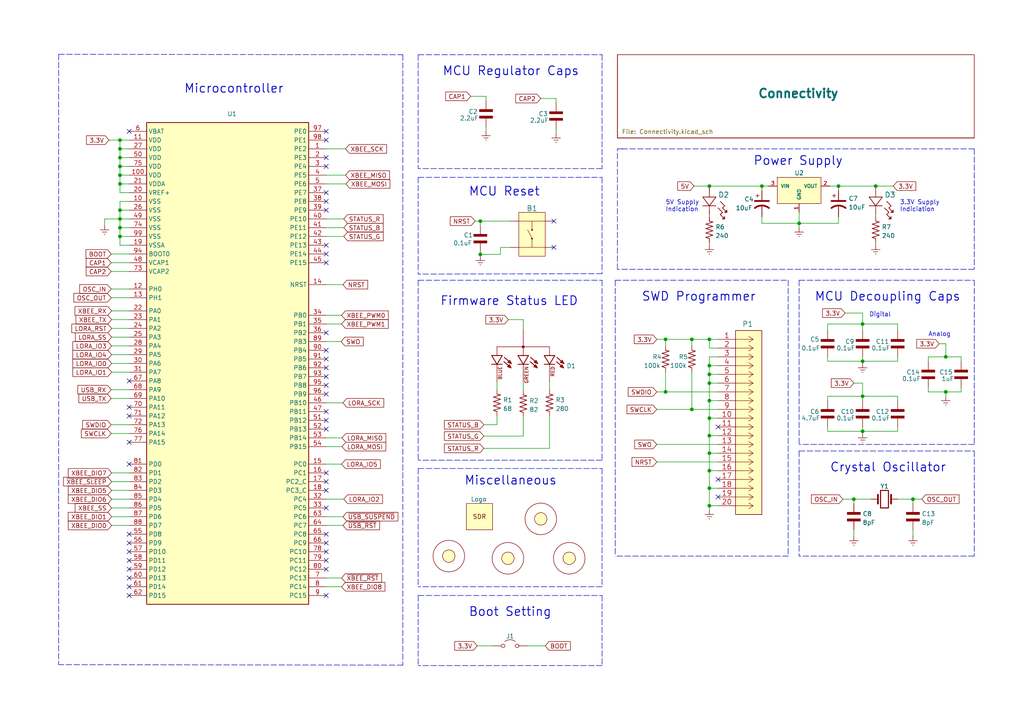
<source format=kicad_sch>
(kicad_sch (version 20211123) (generator eeschema)
  (paper "A4")
  (title_block (title "Ground Station Telemetry Unit") (date "2022-10-10") (rev "1.0") (company "Sun Devil Rocketry Avionics") (comment 1 "Author: Colton Acosta"))
  (lib_symbols
    (symbol "Ground-Station-Telemetry:3220-20-0200-00" (pin_names (offset 0.254) hide)
      (property "Reference" "P" (at 8.89 6.35 0))
      (symbol "3220-20-0200-00_1_1"
        (pin passive line (at 0 0 0) (length 5.08) (name "1") (number "1"))
        (pin passive line (at 0 -22.86 0) (length 5.08) (name "10") (number "10"))
        (pin passive line (at 0 -25.4 0) (length 5.08) (name "11") (number "11"))
        (pin passive line (at 0 -27.94 0) (length 5.08) (name "12") (number "12"))
        (pin passive line (at 0 -30.48 0) (length 5.08) (name "13") (number "13"))
        (pin passive line (at 0 -33.02 0) (length 5.08) (name "14") (number "14"))
        (pin passive line (at 0 -35.56 0) (length 5.08) (name "15") (number "15"))
        (pin passive line (at 0 -38.1 0) (length 5.08) (name "16") (number "16"))
        (pin passive line (at 0 -40.64 0) (length 5.08) (name "17") (number "17"))
        (pin passive line (at 0 -43.18 0) (length 5.08) (name "18") (number "18"))
        (pin passive line (at 0 -45.72 0) (length 5.08) (name "19") (number "19"))
        (pin passive line (at 0 -2.54 0) (length 5.08) (name "2") (number "2"))
        (pin passive line (at 0 -48.26 0) (length 5.08) (name "20") (number "20"))
        (pin passive line (at 0 -5.08 0) (length 5.08) (name "3") (number "3"))
        (pin passive line (at 0 -7.62 0) (length 5.08) (name "4") (number "4"))
        (pin passive line (at 0 -10.16 0) (length 5.08) (name "5") (number "5"))
        (pin passive line (at 0 -12.7 0) (length 5.08) (name "6") (number "6"))
        (pin passive line (at 0 -15.24 0) (length 5.08) (name "7") (number "7"))
        (pin passive line (at 0 -17.78 0) (length 5.08) (name "8") (number "8"))
        (pin passive line (at 0 -20.32 0) (length 5.08) (name "9") (number "9"))
      )
    )
    (symbol "Ground-Station-Telemetry:CAP_0603" (pin_numbers hide) (pin_names (offset 1.016) hide)
      (property "Reference" "C" (at -1.27 3.81 0))
      (property "Value" "CAP_0603" (at -3.81 -3.81 0))
      (symbol "CAP_0603_0_0"
        (pin passive line (at 3.81 0 180) (length 2.54) (name "~") (number "1"))
        (pin passive line (at -3.81 0 0) (length 2.54) (name "~") (number "2"))
      )
    )
    (symbol "Ground-Station-Telemetry:CAP_Polar" (pin_numbers hide) (pin_names (offset 0.254) hide)
      (property "Reference" "C" (at 0.635 2.54 0))
      (property "Value" "CAP_Polar" (at 0.635 -2.54 0))
      (symbol "CAP_Polar_1_1"
        (pin passive line (at 0 3.81 270) (length 2.794) (name "~") (number "1"))
        (pin passive line (at 0 -3.81 90) (length 3.302) (name "~") (number "2"))
      )
    )
    (symbol "Ground-Station-Telemetry:CLMVC-FKA-CL1D1L71BB7C3C3" (pin_numbers hide) (pin_names (offset 1.016) hide)
      (property "Reference" "D" (at 13.97 -1.27 0))
      (symbol "CLMVC-FKA-CL1D1L71BB7C3C3_0_0"
        (text "BLUE" (at 3.048 -6.096 0) (effects (font (size 1.016 1.016)) (justify left bottom)))
        (text "GREEN" (at 3.048 1.524 0) (effects (font (size 1.016 1.016)) (justify left bottom)))
        (text "RED" (at 3.048 9.144 0) (effects (font (size 1.016 1.016)) (justify left bottom)))
        (pin passive line (at -7.62 0 0) (length 5.08) (name "~") (number "1"))
        (pin passive line (at 7.62 -7.62 180) (length 5.08) (name "~") (number "2"))
        (pin passive line (at 7.62 0 180) (length 5.08) (name "~") (number "3"))
        (pin passive line (at 7.62 7.62 180) (length 5.08) (name "~") (number "4"))
      )
    )
    (symbol "Ground-Station-Telemetry:ECS-240-18-33-JGN-TR" (pin_numbers hide) (pin_names (offset 1.016) hide)
      (property "Reference" "Y" (at 0 3.81 0))
      (symbol "ECS-240-18-33-JGN-TR_1_1"
        (pin passive line (at -3.81 0 0) (length 1.27) (name "1") (number "1"))
        (pin no_connect line (at -3.175 5.08 270) (length 2.54) hide (name "") (number "2"))
        (pin passive line (at 3.81 0 180) (length 1.27) (name "3") (number "3"))
        (pin no_connect line (at -6.35 5.08 270) (length 2.54) hide (name "") (number "4"))
      )
    )
    (symbol "Ground-Station-Telemetry:Earth" (power) (pin_names (offset 0))
      (symbol "Earth_1_1"
        (pin power_in line (at 0 0 270) (length 0) hide (name "Earth") (number "1"))
      )
    )
    (symbol "Ground-Station-Telemetry:Jumper_NO" (pin_numbers hide) (pin_names (offset 0) hide)
      (property "Reference" "J" (at 0 2.794 0))
      (symbol "Jumper_NO_1_1"
        (pin passive line (at -5.08 0 0) (length 2.54) (name "A") (number "1"))
        (pin passive line (at 5.08 0 180) (length 2.54) (name "B") (number "2"))
      )
    )
    (symbol "Ground-Station-Telemetry:LMS8117AMP-3.3_NOPB" (pin_names (offset 1.016))
      (property "Reference" "U" (at -1.27 5.08 0))
      (property "Value" "LMS8117AMP-3.3_NOPB" (at 0 -11.43 0))
      (symbol "LMS8117AMP-3.3_NOPB_1_1"
        (pin input line (at 0 -6.35 90) (length 2.54) (name "GND") (number "1"))
        (pin power_out line (at 8.89 1.27 180) (length 2.54) (name "VOUT") (number "2"))
        (pin input line (at -8.89 1.27 0) (length 2.54) (name "VIN") (number "3"))
      )
    )
    (symbol "Ground-Station-Telemetry:Logo" (pin_names (offset 1.016))
      (property "Reference" "LOGO" (at 0 5.08 0))
      (property "Value" "Logo" (at 0 -5.08 0))
      (symbol "Logo_0_0"
        (text "SDR" (at 0 0 0) (effects (font (size 1.27 1.27))))
      )
    )
    (symbol "Ground-Station-Telemetry:Mounting-Hole" (pin_names (offset 1.016)))
    (symbol "Ground-Station-Telemetry:PTS647SM38SMTR2LFS" (pin_numbers hide) (pin_names (offset 0.254) hide)
      (property "Reference" "B" (at -1.27 8.89 0))
      (symbol "PTS647SM38SMTR2LFS_1_1"
        (pin passive line (at -6.35 -3.81 0) (length 2.54) (name "1") (number "1"))
        (pin passive line (at 6.35 3.81 180) (length 2.54) (name "2") (number "2"))
        (pin passive line (at -6.35 3.81 0) (length 2.54) (name "3") (number "3"))
        (pin passive line (at 6.35 -3.81 180) (length 2.54) (name "4") (number "4"))
      )
    )
    (symbol "Ground-Station-Telemetry:RES_0603" (pin_numbers hide) (pin_names (offset 1.016) hide)
      (property "Reference" "R" (at -1.27 1.27 0))
      (property "Value" "RES_0603" (at -3.81 -2.54 0))
      (symbol "RES_0603_0_0"
        (pin passive line (at -3.81 0 0) (length 1.27) (name "~") (number "1"))
        (pin passive line (at 3.81 0 180) (length 1.27) (name "~") (number "2"))
      )
    )
    (symbol "Ground-Station-Telemetry:SML-LX1206GC-TR" (pin_numbers hide) (pin_names hide)
      (property "Reference" "D" (at 3.81 5.08 0))
      (symbol "SML-LX1206GC-TR_1_1"
        (pin passive line (at 0 -2.54 90) (length 1.27) (name "1") (number "1"))
        (pin passive line (at 0 5.08 270) (length 1.27) (name "2") (number "2"))
      )
    )
    (symbol "Ground-Station-Telemetry:STM32H750VBTx"
      (property "Reference" "U" (at -3.81 78.74 0))
      (property "Value" "STM32H750VBTx" (at -8.89 76.2 0))
      (symbol "STM32H750VBTx_1_1"
        (pin bidirectional line (at 27.94 66.04 180) (length 5.08) (name "PE2") (number "1"))
        (pin power_in line (at -29.21 50.8 0) (length 5.08) (name "VSS") (number "10"))
        (pin power_in line (at -29.21 58.42 0) (length 5.08) (name "VDD") (number "100"))
        (pin power_in line (at -29.21 68.58 0) (length 5.08) (name "VDD") (number "11"))
        (pin input line (at -29.21 25.4 0) (length 5.08) (name "PH0") (number "12"))
        (pin input line (at -29.21 22.86 0) (length 5.08) (name "PH1") (number "13"))
        (pin input line (at 27.94 26.67 180) (length 5.08) (name "NRST") (number "14"))
        (pin bidirectional line (at 27.94 -25.4 180) (length 5.08) (name "PC0") (number "15"))
        (pin bidirectional line (at 27.94 -27.94 180) (length 5.08) (name "PC1") (number "16"))
        (pin bidirectional line (at 27.94 -30.48 180) (length 5.08) (name "PC2_C") (number "17"))
        (pin bidirectional line (at 27.94 -33.02 180) (length 5.08) (name "PC3_C") (number "18"))
        (pin power_in line (at -29.21 38.1 0) (length 5.08) (name "VSSA") (number "19"))
        (pin bidirectional line (at 27.94 63.5 180) (length 5.08) (name "PE3") (number "2"))
        (pin power_in line (at -29.21 53.34 0) (length 5.08) (name "VREF+") (number "20"))
        (pin power_in line (at -29.21 55.88 0) (length 5.08) (name "VDDA") (number "21"))
        (pin bidirectional line (at -29.21 19.05 0) (length 5.08) (name "PA0") (number "22"))
        (pin bidirectional line (at -29.21 16.51 0) (length 5.08) (name "PA1") (number "23"))
        (pin bidirectional line (at -29.21 13.97 0) (length 5.08) (name "PA2") (number "24"))
        (pin bidirectional line (at -29.21 11.43 0) (length 5.08) (name "PA3") (number "25"))
        (pin power_in line (at -29.21 48.26 0) (length 5.08) (name "VSS") (number "26"))
        (pin power_in line (at -29.21 66.04 0) (length 5.08) (name "VDD") (number "27"))
        (pin bidirectional line (at -29.21 8.89 0) (length 5.08) (name "PA4") (number "28"))
        (pin bidirectional line (at -29.21 6.35 0) (length 5.08) (name "PA5") (number "29"))
        (pin bidirectional line (at 27.94 60.96 180) (length 5.08) (name "PE4") (number "3"))
        (pin bidirectional line (at -29.21 3.81 0) (length 5.08) (name "PA6") (number "30"))
        (pin bidirectional line (at -29.21 1.27 0) (length 5.08) (name "PA7") (number "31"))
        (pin bidirectional line (at 27.94 -35.56 180) (length 5.08) (name "PC4") (number "32"))
        (pin bidirectional line (at 27.94 -38.1 180) (length 5.08) (name "PC5") (number "33"))
        (pin bidirectional line (at 27.94 17.78 180) (length 5.08) (name "PB0") (number "34"))
        (pin bidirectional line (at 27.94 15.24 180) (length 5.08) (name "PB1") (number "35"))
        (pin bidirectional line (at 27.94 12.7 180) (length 5.08) (name "PB2") (number "36"))
        (pin bidirectional line (at 27.94 53.34 180) (length 5.08) (name "PE7") (number "37"))
        (pin bidirectional line (at 27.94 50.8 180) (length 5.08) (name "PE8") (number "38"))
        (pin bidirectional line (at 27.94 48.26 180) (length 5.08) (name "PE9") (number "39"))
        (pin bidirectional line (at 27.94 58.42 180) (length 5.08) (name "PE5") (number "4"))
        (pin bidirectional line (at 27.94 45.72 180) (length 5.08) (name "PE10") (number "40"))
        (pin bidirectional line (at 27.94 43.18 180) (length 5.08) (name "PE11") (number "41"))
        (pin bidirectional line (at 27.94 40.64 180) (length 5.08) (name "PE12") (number "42"))
        (pin bidirectional line (at 27.94 38.1 180) (length 5.08) (name "PE13") (number "43"))
        (pin bidirectional line (at 27.94 35.56 180) (length 5.08) (name "PE14") (number "44"))
        (pin bidirectional line (at 27.94 33.02 180) (length 5.08) (name "PE15") (number "45"))
        (pin bidirectional line (at 27.94 -7.62 180) (length 5.08) (name "PB10") (number "46"))
        (pin bidirectional line (at 27.94 -10.16 180) (length 5.08) (name "PB11") (number "47"))
        (pin passive line (at -29.21 33.02 0) (length 5.08) (name "VCAP1") (number "48"))
        (pin power_in line (at -29.21 45.72 0) (length 5.08) (name "VSS") (number "49"))
        (pin bidirectional line (at 27.94 55.88 180) (length 5.08) (name "PE6") (number "5"))
        (pin power_in line (at -29.21 63.5 0) (length 5.08) (name "VDD") (number "50"))
        (pin bidirectional line (at 27.94 -12.7 180) (length 5.08) (name "PB12") (number "51"))
        (pin bidirectional line (at 27.94 -15.24 180) (length 5.08) (name "PB13") (number "52"))
        (pin bidirectional line (at 27.94 -17.78 180) (length 5.08) (name "PB14") (number "53"))
        (pin bidirectional line (at 27.94 -20.32 180) (length 5.08) (name "PB15") (number "54"))
        (pin bidirectional line (at -29.21 -45.72 0) (length 5.08) (name "PD8") (number "55"))
        (pin bidirectional line (at -29.21 -48.26 0) (length 5.08) (name "PD9") (number "56"))
        (pin bidirectional line (at -29.21 -50.8 0) (length 5.08) (name "PD10") (number "57"))
        (pin bidirectional line (at -29.21 -53.34 0) (length 5.08) (name "PD11") (number "58"))
        (pin bidirectional line (at -29.21 -55.88 0) (length 5.08) (name "PD12") (number "59"))
        (pin power_in line (at -29.21 71.12 0) (length 5.08) (name "VBAT") (number "6"))
        (pin bidirectional line (at -29.21 -58.42 0) (length 5.08) (name "PD13") (number "60"))
        (pin bidirectional line (at -29.21 -60.96 0) (length 5.08) (name "PD14") (number "61"))
        (pin bidirectional line (at -29.21 -63.5 0) (length 5.08) (name "PD15") (number "62"))
        (pin bidirectional line (at 27.94 -40.64 180) (length 5.08) (name "PC6") (number "63"))
        (pin bidirectional line (at 27.94 -43.18 180) (length 5.08) (name "PC7") (number "64"))
        (pin bidirectional line (at 27.94 -45.72 180) (length 5.08) (name "PC8") (number "65"))
        (pin bidirectional line (at 27.94 -48.26 180) (length 5.08) (name "PC9") (number "66"))
        (pin bidirectional line (at -29.21 -1.27 0) (length 5.08) (name "PA8") (number "67"))
        (pin bidirectional line (at -29.21 -3.81 0) (length 5.08) (name "PA9") (number "68"))
        (pin bidirectional line (at -29.21 -6.35 0) (length 5.08) (name "PA10") (number "69"))
        (pin bidirectional line (at 27.94 -58.42 180) (length 5.08) (name "PC13") (number "7"))
        (pin bidirectional line (at -29.21 -8.89 0) (length 5.08) (name "PA11") (number "70"))
        (pin bidirectional line (at -29.21 -11.43 0) (length 5.08) (name "PA12") (number "71"))
        (pin bidirectional line (at -29.21 -13.97 0) (length 5.08) (name "PA13") (number "72"))
        (pin passive line (at -29.21 30.48 0) (length 5.08) (name "VCAP2") (number "73"))
        (pin power_in line (at -29.21 43.18 0) (length 5.08) (name "VSS") (number "74"))
        (pin power_in line (at -29.21 60.96 0) (length 5.08) (name "VDD") (number "75"))
        (pin bidirectional line (at -29.21 -16.51 0) (length 5.08) (name "PA14") (number "76"))
        (pin bidirectional line (at -29.21 -19.05 0) (length 5.08) (name "PA15") (number "77"))
        (pin bidirectional line (at 27.94 -50.8 180) (length 5.08) (name "PC10") (number "78"))
        (pin bidirectional line (at 27.94 -53.34 180) (length 5.08) (name "PC11") (number "79"))
        (pin bidirectional line (at 27.94 -60.96 180) (length 5.08) (name "PC14") (number "8"))
        (pin bidirectional line (at 27.94 -55.88 180) (length 5.08) (name "PC12") (number "80"))
        (pin bidirectional line (at -29.21 -25.4 0) (length 5.08) (name "PD0") (number "81"))
        (pin bidirectional line (at -29.21 -27.94 0) (length 5.08) (name "PD1") (number "82"))
        (pin bidirectional line (at -29.21 -30.48 0) (length 5.08) (name "PD2") (number "83"))
        (pin bidirectional line (at -29.21 -33.02 0) (length 5.08) (name "PD3") (number "84"))
        (pin bidirectional line (at -29.21 -35.56 0) (length 5.08) (name "PD4") (number "85"))
        (pin bidirectional line (at -29.21 -38.1 0) (length 5.08) (name "PD5") (number "86"))
        (pin bidirectional line (at -29.21 -40.64 0) (length 5.08) (name "PD6") (number "87"))
        (pin bidirectional line (at -29.21 -43.18 0) (length 5.08) (name "PD7") (number "88"))
        (pin bidirectional line (at 27.94 10.16 180) (length 5.08) (name "PB3") (number "89"))
        (pin bidirectional line (at 27.94 -63.5 180) (length 5.08) (name "PC15") (number "9"))
        (pin bidirectional line (at 27.94 7.62 180) (length 5.08) (name "PB4") (number "90"))
        (pin bidirectional line (at 27.94 5.08 180) (length 5.08) (name "PB5") (number "91"))
        (pin bidirectional line (at 27.94 2.54 180) (length 5.08) (name "PB6") (number "92"))
        (pin bidirectional line (at 27.94 0 180) (length 5.08) (name "PB7") (number "93"))
        (pin input line (at -29.21 35.56 0) (length 5.08) (name "BOOT0") (number "94"))
        (pin bidirectional line (at 27.94 -2.54 180) (length 5.08) (name "PB8") (number "95"))
        (pin bidirectional line (at 27.94 -5.08 180) (length 5.08) (name "PB9") (number "96"))
        (pin bidirectional line (at 27.94 71.12 180) (length 5.08) (name "PE0") (number "97"))
        (pin bidirectional line (at 27.94 68.58 180) (length 5.08) (name "PE1") (number "98"))
        (pin power_in line (at -29.21 40.64 0) (length 5.08) (name "VSS") (number "99"))
      )
    )
  )
  (junction (at 205.74 111.125))
  (junction (at 34.798 40.64))
  (junction (at 34.798 45.72))
  (junction (at 250.19 114.935))
  (junction (at 193.04 98.425))
  (junction (at 34.798 50.8))
  (junction (at 205.74 141.605))
  (junction (at 34.798 48.26))
  (junction (at 231.775 64.77))
  (junction (at 205.74 108.585))
  (junction (at 243.205 53.975))
  (junction (at 200.66 98.425))
  (junction (at 250.19 93.98))
  (junction (at 139.319 64.135))
  (junction (at 34.798 66.04))
  (junction (at 264.795 144.78))
  (junction (at 139.319 73.787))
  (junction (at 205.74 53.975))
  (junction (at 205.74 106.045))
  (junction (at 247.65 144.78))
  (junction (at 200.66 118.745))
  (junction (at 34.798 68.58))
  (junction (at 205.74 116.205))
  (junction (at 34.798 53.34))
  (junction (at 205.74 131.445))
  (junction (at 274.32 113.665))
  (junction (at 220.98 53.975))
  (junction (at 205.74 98.425))
  (junction (at 34.798 43.18))
  (junction (at 254 53.975))
  (junction (at 34.798 60.96))
  (junction (at 205.74 126.365))
  (junction (at 34.798 63.5))
  (junction (at 205.74 136.525))
  (junction (at 205.74 121.285))
  (junction (at 250.19 104.775))
  (junction (at 250.19 125.095))
  (junction (at 193.04 113.665))
  (junction (at 274.32 103.505))
  (junction (at 205.74 146.685))
  (no_connect (at 94.615 73.66))
  (no_connect (at 37.465 160.02))
  (no_connect (at 37.465 154.94))
  (no_connect (at 208.28 123.825))
  (no_connect (at 208.28 144.145))
  (no_connect (at 208.28 139.065))
  (no_connect (at 37.465 165.1))
  (no_connect (at 94.615 119.38))
  (no_connect (at 94.615 121.92))
  (no_connect (at 94.615 109.22))
  (no_connect (at 94.615 114.3))
  (no_connect (at 94.615 111.76))
  (no_connect (at 94.615 124.46))
  (no_connect (at 94.615 106.68))
  (no_connect (at 94.615 104.14))
  (no_connect (at 94.615 101.6))
  (no_connect (at 94.615 147.32))
  (no_connect (at 94.615 162.56))
  (no_connect (at 94.615 165.1))
  (no_connect (at 94.615 154.94))
  (no_connect (at 94.615 157.48))
  (no_connect (at 94.615 160.02))
  (no_connect (at 94.615 172.72))
  (no_connect (at 37.465 172.72))
  (no_connect (at 37.465 170.18))
  (no_connect (at 94.615 142.24))
  (no_connect (at 94.615 137.16))
  (no_connect (at 94.615 139.7))
  (no_connect (at 94.615 76.2))
  (no_connect (at 37.465 162.56))
  (no_connect (at 37.465 128.27))
  (no_connect (at 37.465 157.48))
  (no_connect (at 37.465 120.65))
  (no_connect (at 37.465 118.11))
  (no_connect (at 94.615 45.72))
  (no_connect (at 37.465 167.64))
  (no_connect (at 37.465 134.62))
  (no_connect (at 94.615 48.26))
  (no_connect (at 160.655 64.135))
  (no_connect (at 160.655 71.755))
  (no_connect (at 94.615 38.1))
  (no_connect (at 94.615 40.64))
  (no_connect (at 94.615 71.12))
  (no_connect (at 94.615 60.96))
  (no_connect (at 94.615 58.42))
  (no_connect (at 94.615 55.88))
  (no_connect (at 94.615 96.52))
  (no_connect (at 37.465 38.1))
  (no_connect (at 37.465 110.49))
  (wire (pts (xy 32.385 139.7) (xy 37.465 139.7)))
  (polyline (pts (xy 228.6 161.29) (xy 178.435 161.29)))
  (wire (pts (xy 208.28 103.505) (xy 205.74 103.505)))
  (wire (pts (xy 137.795 64.135) (xy 139.319 64.135)))
  (wire (pts (xy 151.765 92.71) (xy 151.765 95.504)))
  (wire (pts (xy 94.615 91.44) (xy 99.06 91.44)))
  (wire (pts (xy 34.798 50.8) (xy 34.798 53.34)))
  (wire (pts (xy 250.19 123.825) (xy 250.19 125.095)))
  (wire (pts (xy 144.145 123.19) (xy 144.145 120.65)))
  (wire (pts (xy 190.5 128.905) (xy 208.28 128.905)))
  (wire (pts (xy 94.615 144.78) (xy 99.695 144.78)))
  (polyline (pts (xy 179.07 43.18) (xy 180.975 43.18)))
  (wire (pts (xy 220.98 62.865) (xy 220.98 64.77)))
  (wire (pts (xy 264.795 153.67) (xy 264.795 155.575)))
  (wire (pts (xy 247.65 153.67) (xy 247.65 155.575)))
  (wire (pts (xy 94.615 127) (xy 99.187 127)))
  (wire (pts (xy 139.319 73.787) (xy 139.319 74.295)))
  (wire (pts (xy 94.615 43.18) (xy 100.203 43.18)))
  (polyline (pts (xy 180.34 43.18) (xy 282.575 43.18)))
  (polyline (pts (xy 231.775 81.28) (xy 282.575 81.28)))
  (wire (pts (xy 243.205 64.77) (xy 243.205 62.865)))
  (wire (pts (xy 34.798 43.18) (xy 37.465 43.18)))
  (wire (pts (xy 278.765 103.505) (xy 278.765 104.775)))
  (wire (pts (xy 34.798 40.64) (xy 34.798 43.18)))
  (wire (pts (xy 205.74 126.365) (xy 208.28 126.365)))
  (wire (pts (xy 32.385 144.78) (xy 37.465 144.78)))
  (wire (pts (xy 159.385 130.048) (xy 159.385 120.65)))
  (wire (pts (xy 161.29 28.575) (xy 161.29 29.845)))
  (wire (pts (xy 94.615 66.04) (xy 99.695 66.04)))
  (wire (pts (xy 205.74 126.365) (xy 205.74 131.445)))
  (wire (pts (xy 139.319 64.135) (xy 139.319 65.405)))
  (wire (pts (xy 269.24 103.505) (xy 274.32 103.505)))
  (wire (pts (xy 94.615 149.86) (xy 99.441 149.86)))
  (wire (pts (xy 205.74 136.525) (xy 208.28 136.525)))
  (wire (pts (xy 245.11 90.805) (xy 250.19 90.805)))
  (wire (pts (xy 200.66 98.425) (xy 205.74 98.425)))
  (wire (pts (xy 94.615 167.64) (xy 99.06 167.64)))
  (wire (pts (xy 140.335 123.19) (xy 144.145 123.19)))
  (wire (pts (xy 94.615 99.06) (xy 98.933 99.06)))
  (wire (pts (xy 260.35 114.935) (xy 250.19 114.935)))
  (wire (pts (xy 94.615 152.4) (xy 99.441 152.4)))
  (wire (pts (xy 147.447 92.71) (xy 151.765 92.71)))
  (wire (pts (xy 205.74 53.975) (xy 201.295 53.975)))
  (wire (pts (xy 32.385 90.17) (xy 37.465 90.17)))
  (wire (pts (xy 205.74 100.965) (xy 205.74 98.425)))
  (wire (pts (xy 205.74 98.425) (xy 208.28 98.425)))
  (wire (pts (xy 264.795 144.78) (xy 267.335 144.78)))
  (wire (pts (xy 254 62.23) (xy 254 62.865)))
  (wire (pts (xy 30.353 63.5) (xy 34.798 63.5)))
  (wire (pts (xy 34.798 58.42) (xy 37.465 58.42)))
  (wire (pts (xy 190.5 98.425) (xy 193.04 98.425)))
  (wire (pts (xy 34.798 50.8) (xy 37.465 50.8)))
  (wire (pts (xy 144.145 110.744) (xy 144.145 113.03)))
  (wire (pts (xy 269.24 112.395) (xy 269.24 113.665)))
  (wire (pts (xy 94.615 50.8) (xy 100.203 50.8)))
  (polyline (pts (xy 282.575 128.905) (xy 231.775 128.905)))
  (wire (pts (xy 140.335 130.048) (xy 159.385 130.048)))
  (wire (pts (xy 94.615 93.98) (xy 99.06 93.98)))
  (wire (pts (xy 34.798 48.26) (xy 34.798 50.8)))
  (wire (pts (xy 32.258 125.73) (xy 37.465 125.73)))
  (polyline (pts (xy 231.775 130.81) (xy 282.575 130.81)))
  (wire (pts (xy 94.615 53.34) (xy 100.33 53.34)))
  (polyline (pts (xy 121.285 51.435) (xy 174.625 51.435)))
  (wire (pts (xy 254 53.975) (xy 259.08 53.975)))
  (wire (pts (xy 34.798 43.18) (xy 34.798 45.72)))
  (wire (pts (xy 30.353 65.405) (xy 30.353 63.5)))
  (wire (pts (xy 240.03 114.935) (xy 240.03 116.205)))
  (wire (pts (xy 205.74 116.205) (xy 205.74 121.285)))
  (polyline (pts (xy 121.285 15.875) (xy 121.285 48.895)))
  (wire (pts (xy 190.5 133.985) (xy 208.28 133.985)))
  (wire (pts (xy 278.765 113.665) (xy 278.765 112.395)))
  (wire (pts (xy 32.385 147.32) (xy 37.465 147.32)))
  (wire (pts (xy 34.798 68.58) (xy 37.465 68.58)))
  (wire (pts (xy 145.161 71.755) (xy 147.955 71.755)))
  (wire (pts (xy 32.258 78.74) (xy 37.465 78.74)))
  (wire (pts (xy 32.385 102.87) (xy 37.465 102.87)))
  (polyline (pts (xy 174.625 133.477) (xy 121.285 133.477)))
  (polyline (pts (xy 116.84 192.913) (xy 17.018 192.786)))
  (wire (pts (xy 34.798 53.34) (xy 37.465 53.34)))
  (wire (pts (xy 240.03 93.98) (xy 250.19 93.98)))
  (wire (pts (xy 139.319 73.787) (xy 145.161 73.787)))
  (wire (pts (xy 205.74 106.045) (xy 208.28 106.045)))
  (polyline (pts (xy 231.775 130.81) (xy 231.775 161.29)))
  (wire (pts (xy 260.35 93.98) (xy 260.35 95.885)))
  (wire (pts (xy 34.798 71.12) (xy 37.465 71.12)))
  (polyline (pts (xy 179.07 78.105) (xy 179.07 43.18)))
  (polyline (pts (xy 282.575 78.105) (xy 179.07 78.105)))
  (wire (pts (xy 32.385 137.16) (xy 37.465 137.16)))
  (wire (pts (xy 34.798 53.34) (xy 34.798 55.88)))
  (wire (pts (xy 32.385 149.86) (xy 37.465 149.86)))
  (wire (pts (xy 205.74 116.205) (xy 208.28 116.205)))
  (wire (pts (xy 240.03 95.885) (xy 240.03 93.98)))
  (polyline (pts (xy 17.018 15.748) (xy 116.84 15.875)))
  (wire (pts (xy 244.475 144.78) (xy 247.65 144.78)))
  (polyline (pts (xy 121.285 172.72) (xy 174.625 172.72)))
  (wire (pts (xy 264.795 144.78) (xy 264.795 146.05)))
  (wire (pts (xy 32.385 97.79) (xy 37.465 97.79)))
  (polyline (pts (xy 178.435 81.28) (xy 178.435 161.29)))
  (polyline (pts (xy 282.575 130.81) (xy 282.575 161.29)))
  (polyline (pts (xy 174.625 135.89) (xy 174.625 170.18)))
  (wire (pts (xy 243.205 53.975) (xy 243.205 55.245)))
  (wire (pts (xy 240.03 104.775) (xy 250.19 104.775)))
  (wire (pts (xy 269.24 113.665) (xy 274.32 113.665)))
  (wire (pts (xy 231.775 61.595) (xy 231.775 64.77)))
  (wire (pts (xy 240.03 123.825) (xy 240.03 125.095)))
  (wire (pts (xy 250.19 104.775) (xy 250.19 105.41)))
  (wire (pts (xy 220.98 64.77) (xy 231.775 64.77)))
  (wire (pts (xy 32.385 100.33) (xy 37.465 100.33)))
  (wire (pts (xy 220.98 53.975) (xy 220.98 55.245)))
  (wire (pts (xy 254 70.485) (xy 254 71.12)))
  (polyline (pts (xy 121.285 135.89) (xy 121.285 170.18)))
  (wire (pts (xy 32.258 113.03) (xy 37.465 113.03)))
  (wire (pts (xy 32.258 123.19) (xy 37.465 123.19)))
  (wire (pts (xy 94.615 134.62) (xy 99.06 134.62)))
  (wire (pts (xy 193.04 98.425) (xy 193.04 100.33)))
  (wire (pts (xy 274.32 99.695) (xy 274.32 103.505)))
  (polyline (pts (xy 121.285 15.875) (xy 174.625 15.875)))
  (wire (pts (xy 34.798 60.96) (xy 34.798 58.42)))
  (polyline (pts (xy 282.575 161.29) (xy 231.775 161.29)))
  (wire (pts (xy 34.798 48.26) (xy 37.465 48.26)))
  (wire (pts (xy 34.798 71.12) (xy 34.798 68.58)))
  (wire (pts (xy 94.615 116.84) (xy 99.441 116.84)))
  (wire (pts (xy 32.385 92.71) (xy 37.465 92.71)))
  (polyline (pts (xy 178.435 81.28) (xy 228.6 81.28)))
  (polyline (pts (xy 174.625 48.895) (xy 121.285 48.895)))
  (wire (pts (xy 32.385 142.24) (xy 37.465 142.24)))
  (wire (pts (xy 32.258 76.2) (xy 37.465 76.2)))
  (wire (pts (xy 193.04 98.425) (xy 200.66 98.425)))
  (wire (pts (xy 193.04 113.665) (xy 208.28 113.665)))
  (wire (pts (xy 34.798 55.88) (xy 37.465 55.88)))
  (wire (pts (xy 34.798 68.58) (xy 34.798 66.04)))
  (wire (pts (xy 240.665 53.975) (xy 243.205 53.975)))
  (wire (pts (xy 145.161 73.787) (xy 145.161 71.755)))
  (wire (pts (xy 32.258 86.36) (xy 37.465 86.36)))
  (wire (pts (xy 274.32 113.665) (xy 278.765 113.665)))
  (wire (pts (xy 205.74 131.445) (xy 205.74 136.525)))
  (wire (pts (xy 136.525 27.94) (xy 140.97 27.94)))
  (wire (pts (xy 240.03 125.095) (xy 250.19 125.095)))
  (wire (pts (xy 205.74 108.585) (xy 205.74 111.125)))
  (wire (pts (xy 274.32 113.665) (xy 274.32 114.935)))
  (wire (pts (xy 231.775 64.77) (xy 243.205 64.77)))
  (wire (pts (xy 34.798 60.96) (xy 37.465 60.96)))
  (wire (pts (xy 140.97 27.94) (xy 140.97 29.21)))
  (wire (pts (xy 205.74 111.125) (xy 208.28 111.125)))
  (wire (pts (xy 156.845 28.575) (xy 161.29 28.575)))
  (polyline (pts (xy 174.625 172.72) (xy 174.625 193.04)))
  (wire (pts (xy 250.19 90.805) (xy 250.19 93.98)))
  (wire (pts (xy 34.798 66.04) (xy 34.798 63.5)))
  (polyline (pts (xy 228.6 81.28) (xy 228.6 161.29)))
  (wire (pts (xy 34.798 45.72) (xy 37.465 45.72)))
  (wire (pts (xy 250.19 114.935) (xy 240.03 114.935)))
  (wire (pts (xy 250.19 125.095) (xy 260.35 125.095)))
  (wire (pts (xy 205.74 141.605) (xy 205.74 146.685)))
  (wire (pts (xy 250.19 104.775) (xy 260.35 104.775)))
  (wire (pts (xy 139.319 64.135) (xy 147.955 64.135)))
  (wire (pts (xy 190.5 113.665) (xy 193.04 113.665)))
  (wire (pts (xy 34.798 63.5) (xy 37.465 63.5)))
  (polyline (pts (xy 174.625 170.18) (xy 121.285 170.18)))
  (wire (pts (xy 151.765 126.492) (xy 151.765 120.904)))
  (wire (pts (xy 205.74 53.975) (xy 220.98 53.975)))
  (wire (pts (xy 32.258 83.82) (xy 37.465 83.82)))
  (polyline (pts (xy 174.625 193.04) (xy 121.285 193.04)))
  (wire (pts (xy 200.66 107.95) (xy 200.66 118.745)))
  (wire (pts (xy 32.385 105.41) (xy 37.465 105.41)))
  (wire (pts (xy 205.74 111.125) (xy 205.74 116.205)))
  (wire (pts (xy 139.319 73.025) (xy 139.319 73.787)))
  (wire (pts (xy 260.35 104.775) (xy 260.35 103.505)))
  (wire (pts (xy 205.74 53.975) (xy 205.74 54.61)))
  (wire (pts (xy 193.04 107.95) (xy 193.04 113.665)))
  (wire (pts (xy 200.66 98.425) (xy 200.66 100.33)))
  (wire (pts (xy 32.385 107.95) (xy 37.465 107.95)))
  (wire (pts (xy 31.623 40.64) (xy 34.798 40.64)))
  (wire (pts (xy 250.19 93.98) (xy 250.19 95.885)))
  (wire (pts (xy 254 53.975) (xy 254 54.61)))
  (wire (pts (xy 205.74 146.685) (xy 208.28 146.685)))
  (wire (pts (xy 222.885 53.975) (xy 220.98 53.975)))
  (wire (pts (xy 260.35 116.205) (xy 260.35 114.935)))
  (polyline (pts (xy 174.625 81.28) (xy 174.625 133.477)))
  (polyline (pts (xy 282.575 43.18) (xy 282.575 78.105)))
  (wire (pts (xy 205.74 121.285) (xy 208.28 121.285)))
  (polyline (pts (xy 282.575 81.28) (xy 282.575 128.905)))
  (wire (pts (xy 205.74 121.285) (xy 205.74 126.365)))
  (wire (pts (xy 272.415 99.695) (xy 274.32 99.695)))
  (wire (pts (xy 140.97 36.83) (xy 140.97 38.1)))
  (wire (pts (xy 140.335 126.492) (xy 151.765 126.492)))
  (wire (pts (xy 260.35 144.78) (xy 264.795 144.78)))
  (wire (pts (xy 205.74 106.045) (xy 205.74 108.585)))
  (polyline (pts (xy 174.625 79.375) (xy 121.285 79.502)))
  (polyline (pts (xy 174.625 15.875) (xy 174.625 48.895)))
  (wire (pts (xy 34.798 66.04) (xy 37.465 66.04)))
  (wire (pts (xy 200.66 118.745) (xy 208.28 118.745)))
  (wire (pts (xy 247.65 111.125) (xy 250.19 111.125)))
  (wire (pts (xy 240.03 103.505) (xy 240.03 104.775)))
  (wire (pts (xy 34.798 40.64) (xy 37.465 40.64)))
  (wire (pts (xy 94.615 68.58) (xy 99.695 68.58)))
  (wire (pts (xy 205.74 70.485) (xy 205.74 71.12)))
  (wire (pts (xy 94.615 82.55) (xy 99.441 82.55)))
  (wire (pts (xy 159.385 110.744) (xy 159.385 113.03)))
  (polyline (pts (xy 231.775 81.28) (xy 231.775 128.905)))
  (polyline (pts (xy 121.285 172.72) (xy 121.285 193.04)))
  (wire (pts (xy 205.74 141.605) (xy 208.28 141.605)))
  (wire (pts (xy 32.258 73.66) (xy 37.465 73.66)))
  (wire (pts (xy 94.615 170.18) (xy 99.06 170.18)))
  (polyline (pts (xy 116.84 15.875) (xy 116.84 192.913)))
  (polyline (pts (xy 121.285 81.28) (xy 174.625 81.28)))
  (wire (pts (xy 34.798 63.5) (xy 34.798 60.96)))
  (wire (pts (xy 205.74 136.525) (xy 205.74 141.605)))
  (wire (pts (xy 94.615 129.54) (xy 99.187 129.54)))
  (polyline (pts (xy 121.285 135.89) (xy 174.625 135.89)))
  (wire (pts (xy 32.385 95.25) (xy 37.465 95.25)))
  (wire (pts (xy 250.19 111.125) (xy 250.19 114.935)))
  (wire (pts (xy 250.19 103.505) (xy 250.19 104.775)))
  (wire (pts (xy 274.32 103.505) (xy 278.765 103.505)))
  (wire (pts (xy 32.385 152.4) (xy 37.465 152.4)))
  (polyline (pts (xy 121.285 51.435) (xy 121.285 79.502)))
  (wire (pts (xy 205.74 131.445) (xy 208.28 131.445)))
  (wire (pts (xy 153.035 187.325) (xy 158.115 187.325)))
  (wire (pts (xy 32.258 115.57) (xy 37.465 115.57)))
  (wire (pts (xy 247.65 144.78) (xy 252.73 144.78)))
  (wire (pts (xy 34.798 45.72) (xy 34.798 48.26)))
  (wire (pts (xy 205.74 62.23) (xy 205.74 62.865)))
  (wire (pts (xy 205.74 108.585) (xy 208.28 108.585)))
  (wire (pts (xy 205.74 146.685) (xy 205.74 147.955)))
  (wire (pts (xy 151.765 110.744) (xy 151.765 113.284)))
  (wire (pts (xy 205.74 103.505) (xy 205.74 106.045)))
  (wire (pts (xy 247.65 146.05) (xy 247.65 144.78)))
  (wire (pts (xy 269.24 104.775) (xy 269.24 103.505)))
  (wire (pts (xy 250.19 125.095) (xy 250.19 125.73)))
  (wire (pts (xy 94.615 63.5) (xy 99.695 63.5)))
  (polyline (pts (xy 121.285 81.28) (xy 121.285 133.477)))
  (polyline (pts (xy 174.625 51.435) (xy 174.625 79.375)))
  (wire (pts (xy 190.5 118.745) (xy 200.66 118.745)))
  (wire (pts (xy 243.205 53.975) (xy 254 53.975)))
  (wire (pts (xy 161.29 37.465) (xy 161.29 38.735)))
  (wire (pts (xy 231.775 64.77) (xy 231.775 66.04)))
  (wire (pts (xy 138.43 187.325) (xy 142.875 187.325)))
  (polyline (pts (xy 17.018 15.748) (xy 17.018 192.786)))
  (wire (pts (xy 250.19 114.935) (xy 250.19 116.205)))
  (wire (pts (xy 250.19 93.98) (xy 260.35 93.98)))
  (wire (pts (xy 260.35 125.095) (xy 260.35 123.825)))
  (wire (pts (xy 208.28 100.965) (xy 205.74 100.965)))
  (text "Boot Setting" (at 135.89 179.07 0) (effects (font (size 2.54 2.54) (thickness 0.254) bold) (justify left bottom)))
  (text "Microcontroller" (at 53.34 27.305 0) (effects (font (size 2.54 2.54) (thickness 0.254) bold) (justify left bottom)))
  (text "Digital" (at 252.095 92.075 0) (effects (font (size 1.27 1.27)) (justify left bottom)))
  (text "Power Supply" (at 218.44 48.26 0) (effects (font (size 2.54 2.54) (thickness 0.254) bold) (justify left bottom)))
  (text "SWD Programmer" (at 186.055 87.63 0) (effects (font (size 2.54 2.54) (thickness 0.254) bold) (justify left bottom)))
  (text "Analog" (at 269.24 97.79 0) (effects (font (size 1.27 1.27)) (justify left bottom)))
  (text "Firmware Status LED" (at 127.635 88.9 0) (effects (font (size 2.54 2.54) (thickness 0.254) bold) (justify left bottom)))
  (text "5V Supply \nIndication" (at 193.04 61.595 0) (effects (font (size 1.27 1.27)) (justify left bottom)))
  (text "Miscellaneous" (at 134.62 140.97 0) (effects (font (size 2.54 2.54) (thickness 0.254) bold) (justify left bottom)))
  (text "MCU Decoupling Caps" (at 236.22 87.63 0) (effects (font (size 2.54 2.54) (thickness 0.254) bold) (justify left bottom)))
  (text "MCU Regulator Caps" (at 128.27 22.225 0) (effects (font (size 2.54 2.54) (thickness 0.254) bold) (justify left bottom)))
  (text "3.3V Supply\nIndiciation" (at 260.985 61.595 0) (effects (font (size 1.27 1.27)) (justify left bottom)))
  (text "MCU Reset" (at 135.89 57.15 0) (effects (font (size 2.54 2.54) (thickness 0.254) bold) (justify left bottom)))
  (text "Crystal Oscillator" (at 240.665 137.16 0) (effects (font (size 2.54 2.54) (thickness 0.254) bold) (justify left bottom)))
  (global_label "SWDIO" (shape input) (at 190.5 113.665 180) (property "Intersheet References" "${INTERSHEET_REFS}" (effects hide)))
  (global_label "XBEE_DIO1" (shape input) (at 32.385 149.86 180) (property "Intersheet References" "${INTERSHEET_REFS}" (effects hide)))
  (global_label "3.3V" (shape input) (at 259.08 53.975 0) (property "Intersheet References" "${INTERSHEET_REFS}" (effects hide)))
  (global_label "CAP1" (shape input) (at 136.525 27.94 180) (property "Intersheet References" "${INTERSHEET_REFS}" (effects hide)))
  (global_label "3.3V" (shape input) (at 272.415 99.695 180) (property "Intersheet References" "${INTERSHEET_REFS}" (effects hide)))
  (global_label "CAP1" (shape input) (at 32.258 76.2 180) (property "Intersheet References" "${INTERSHEET_REFS}" (effects hide)))
  (global_label "LORA_IO3" (shape input) (at 32.385 100.33 180) (property "Intersheet References" "${INTERSHEET_REFS}" (effects hide)))
  (global_label "XBEE_DIO5" (shape input) (at 32.385 142.24 180) (property "Intersheet References" "${INTERSHEET_REFS}" (effects hide)))
  (global_label "3.3V" (shape input) (at 138.43 187.325 180) (property "Intersheet References" "${INTERSHEET_REFS}" (effects hide)))
  (global_label "SWCLK" (shape input) (at 190.5 118.745 180) (property "Intersheet References" "${INTERSHEET_REFS}" (effects hide)))
  (global_label "3.3V" (shape input) (at 247.65 111.125 180) (property "Intersheet References" "${INTERSHEET_REFS}" (effects hide)))
  (global_label "OSC_IN" (shape input) (at 244.475 144.78 180) (property "Intersheet References" "${INTERSHEET_REFS}" (effects hide)))
  (global_label "SWDIO" (shape input) (at 32.258 123.19 180) (property "Intersheet References" "${INTERSHEET_REFS}" (effects hide)))
  (global_label "XBEE_SS" (shape input) (at 32.385 147.32 180) (property "Intersheet References" "${INTERSHEET_REFS}" (effects hide)))
  (global_label "XBEE_DIO6" (shape input) (at 32.385 144.78 180) (property "Intersheet References" "${INTERSHEET_REFS}" (effects hide)))
  (global_label "SWO" (shape input) (at 98.933 99.06 0) (property "Intersheet References" "${INTERSHEET_REFS}" (effects hide)))
  (global_label "XBEE_PWM0" (shape input) (at 99.06 91.44 0) (property "Intersheet References" "${INTERSHEET_REFS}" (effects hide)))
  (global_label "~{XBEE_RST}" (shape input) (at 99.06 167.64 0) (property "Intersheet References" "${INTERSHEET_REFS}" (effects hide)))
  (global_label "LORA_IO5" (shape input) (at 99.06 134.62 0) (property "Intersheet References" "${INTERSHEET_REFS}" (effects hide)))
  (global_label "NRST" (shape input) (at 190.5 133.985 180) (property "Intersheet References" "${INTERSHEET_REFS}" (effects hide)))
  (global_label "STATUS_R" (shape input) (at 140.335 130.048 180) (property "Intersheet References" "${INTERSHEET_REFS}" (effects hide)))
  (global_label "5V" (shape input) (at 201.295 53.975 180) (property "Intersheet References" "${INTERSHEET_REFS}" (effects hide)))
  (global_label "~{USB_SUSPEND}" (shape input) (at 99.441 149.86 0) (property "Intersheet References" "${INTERSHEET_REFS}" (effects hide)))
  (global_label "XBEE_MISO" (shape input) (at 100.203 50.8 0) (property "Intersheet References" "${INTERSHEET_REFS}" (effects hide)))
  (global_label "LORA_MOSI" (shape input) (at 99.187 129.54 0) (property "Intersheet References" "${INTERSHEET_REFS}" (effects hide)))
  (global_label "STATUS_B" (shape input) (at 140.335 123.19 180) (property "Intersheet References" "${INTERSHEET_REFS}" (effects hide)))
  (global_label "BOOT" (shape input) (at 32.258 73.66 180) (property "Intersheet References" "${INTERSHEET_REFS}" (effects hide)))
  (global_label "LORA_IO4" (shape input) (at 32.385 102.87 180) (property "Intersheet References" "${INTERSHEET_REFS}" (effects hide)))
  (global_label "3.3V" (shape input) (at 147.447 92.71 180) (property "Intersheet References" "${INTERSHEET_REFS}" (effects hide)))
  (global_label "LORA_IO0" (shape input) (at 32.385 105.41 180) (property "Intersheet References" "${INTERSHEET_REFS}" (effects hide)))
  (global_label "LORA_MISO" (shape input) (at 99.187 127 0) (property "Intersheet References" "${INTERSHEET_REFS}" (effects hide)))
  (global_label "LORA_SCK" (shape input) (at 99.441 116.84 0) (property "Intersheet References" "${INTERSHEET_REFS}" (effects hide)))
  (global_label "NRST" (shape input) (at 99.441 82.55 0) (property "Intersheet References" "${INTERSHEET_REFS}" (effects hide)))
  (global_label "OSC_IN" (shape input) (at 32.258 83.82 180) (property "Intersheet References" "${INTERSHEET_REFS}" (effects hide)))
  (global_label "LORA_SS" (shape input) (at 32.385 97.79 180) (property "Intersheet References" "${INTERSHEET_REFS}" (effects hide)))
  (global_label "CAP2" (shape input) (at 156.845 28.575 180) (property "Intersheet References" "${INTERSHEET_REFS}" (effects hide)))
  (global_label "OSC_OUT" (shape input) (at 267.335 144.78 0) (property "Intersheet References" "${INTERSHEET_REFS}" (effects hide)))
  (global_label "OSC_OUT" (shape input) (at 32.258 86.36 180) (property "Intersheet References" "${INTERSHEET_REFS}" (effects hide)))
  (global_label "STATUS_R" (shape input) (at 99.695 63.5 0) (property "Intersheet References" "${INTERSHEET_REFS}" (effects hide)))
  (global_label "SWCLK" (shape input) (at 32.258 125.73 180) (property "Intersheet References" "${INTERSHEET_REFS}" (effects hide)))
  (global_label "BOOT" (shape input) (at 158.115 187.325 0) (property "Intersheet References" "${INTERSHEET_REFS}" (effects hide)))
  (global_label "3.3V" (shape input) (at 245.11 90.805 180) (property "Intersheet References" "${INTERSHEET_REFS}" (effects hide)))
  (global_label "XBEE_MOSI" (shape input) (at 100.33 53.34 0) (property "Intersheet References" "${INTERSHEET_REFS}" (effects hide)))
  (global_label "LORA_IO1" (shape input) (at 32.385 107.95 180) (property "Intersheet References" "${INTERSHEET_REFS}" (effects hide)))
  (global_label "STATUS_B" (shape input) (at 99.695 66.04 0) (property "Intersheet References" "${INTERSHEET_REFS}" (effects hide)))
  (global_label "XBEE_RX" (shape input) (at 32.385 90.17 180) (property "Intersheet References" "${INTERSHEET_REFS}" (effects hide)))
  (global_label "3.3V" (shape input) (at 190.5 98.425 180) (property "Intersheet References" "${INTERSHEET_REFS}" (effects hide)))
  (global_label "CAP2" (shape input) (at 32.258 78.74 180) (property "Intersheet References" "${INTERSHEET_REFS}" (effects hide)))
  (global_label "XBEE_TX" (shape input) (at 32.385 92.71 180) (property "Intersheet References" "${INTERSHEET_REFS}" (effects hide)))
  (global_label "LORA_IO2" (shape input) (at 99.695 144.78 0) (property "Intersheet References" "${INTERSHEET_REFS}" (effects hide)))
  (global_label "XBEE_DIO8" (shape input) (at 99.06 170.18 0) (property "Intersheet References" "${INTERSHEET_REFS}" (effects hide)))
  (global_label "NRST" (shape input) (at 137.795 64.135 180) (property "Intersheet References" "${INTERSHEET_REFS}" (effects hide)))
  (global_label "STATUS_G" (shape input) (at 140.335 126.492 180) (property "Intersheet References" "${INTERSHEET_REFS}" (effects hide)))
  (global_label "XBEE_SCK" (shape input) (at 100.203 43.18 0) (property "Intersheet References" "${INTERSHEET_REFS}" (effects hide)))
  (global_label "SWO" (shape input) (at 190.5 128.905 180) (property "Intersheet References" "${INTERSHEET_REFS}" (effects hide)))
  (global_label "STATUS_G" (shape input) (at 99.695 68.58 0) (property "Intersheet References" "${INTERSHEET_REFS}" (effects hide)))
  (global_label "~{XBEE_SLEEP}" (shape input) (at 32.385 139.7 180) (property "Intersheet References" "${INTERSHEET_REFS}" (effects hide)))
  (global_label "~{USB_RST}" (shape input) (at 99.441 152.4 0) (property "Intersheet References" "${INTERSHEET_REFS}" (effects hide)))
  (global_label "3.3V" (shape input) (at 31.623 40.64 180) (property "Intersheet References" "${INTERSHEET_REFS}" (effects hide)))
  (global_label "USB_RX" (shape input) (at 32.258 113.03 180) (property "Intersheet References" "${INTERSHEET_REFS}" (effects hide)))
  (global_label "XBEE_DIO0" (shape input) (at 32.385 152.4 180) (property "Intersheet References" "${INTERSHEET_REFS}" (effects hide)))
  (global_label "LORA_RST" (shape input) (at 32.385 95.25 180) (property "Intersheet References" "${INTERSHEET_REFS}" (effects hide)))
  (global_label "XBEE_PWM1" (shape input) (at 99.06 93.98 0) (property "Intersheet References" "${INTERSHEET_REFS}" (effects hide)))
  (global_label "USB_TX" (shape input) (at 32.258 115.57 180) (property "Intersheet References" "${INTERSHEET_REFS}" (effects hide)))
  (global_label "XBEE_DIO7" (shape input) (at 32.385 137.16 180) (property "Intersheet References" "${INTERSHEET_REFS}" (effects hide)))
  (symbol (lib_id "Ground-Station-Telemetry:Mounting-Hole") (at 156.845 150.495 0) (unit 1)
    (property "Reference" "H3" (effects hide))
    (property "Value" "Mounting-Hole" (effects hide))
    (property "Footprint" "Engine-Controller:MountingHole_4.3mm_M4_DIN965" (effects hide))
  )
  (symbol (lib_id "Ground-Station-Telemetry:RES_0603") (at 144.145 116.84 90) (unit 1)
    (property "Reference" "R1" (at 145.8976 116.0053 90) (effects (justify right)))
    (property "Value" "68" (at 145.8976 118.5422 90) (effects (justify right)))
    (property "Footprint" "Ground-Station-Telemetry:RES_0603" (effects hide))
  )
  (symbol (lib_id "Ground-Station-Telemetry:CAP_0603") (at 250.19 99.695 90) (unit 1)
    (property "Reference" "C9" (at 245.11 99.06 90) (effects (justify right)))
    (property "Value" "0.1uF" (at 242.57 100.965 90) (effects (justify right)))
    (property "Footprint" "Ground-Station-Telemetry:CAP_0603" (effects hide))
  )
  (symbol (lib_id "Ground-Station-Telemetry:STM32H750VBTx") (at 66.675 109.22 0) (unit 1)
    (property "Reference" "U1" (at 67.31 33.02 0))
    (property "Value" "STM32H750VBTx" (effects hide))
    (property "Footprint" "Ground-Station-Telemetry:STM32H750VBT6" (effects hide))
    (property "Datasheet" "https://www.st.com/resource/en/datasheet/stm32h750ib.pdf" (effects hide))
  )
  (symbol (lib_id "Ground-Station-Telemetry:ECS-240-18-33-JGN-TR") (at 256.54 144.78 0) (unit 1)
    (property "Reference" "Y1" (at 256.54 141.0518 0))
    (property "Value" "ECS-240-18-33-JGN-TR" (effects hide))
    (property "Footprint" "Ground-Station-Telemetry:ECS-240-18-33-JGN-TR" (effects hide))
  )
  (symbol (lib_id "Ground-Station-Telemetry:Earth") (at 254 71.12 0) (unit 1)
    (property "Reference" "#PWR011" (effects hide))
    (property "Value" "Earth" (effects hide))
  )
  (symbol (lib_id "Ground-Station-Telemetry:Earth") (at 264.795 155.575 0) (unit 1)
    (property "Reference" "#PWR012" (effects hide))
    (property "Value" "Earth" (effects hide))
  )
  (symbol (lib_id "Ground-Station-Telemetry:Earth") (at 30.353 65.405 0) (unit 1)
    (property "Reference" "#PWR01" (effects hide))
    (property "Value" "Earth" (effects hide))
  )
  (symbol (lib_id "Ground-Station-Telemetry:CAP_Polar") (at 220.98 59.055 0) (unit 1)
    (property "Reference" "C4" (at 215.9 57.785 0) (effects (justify left)))
    (property "Value" "10uF" (at 213.36 60.325 0) (effects (justify left)))
    (property "Footprint" "Ground-Station-Telemetry:T491A106K010AT" (effects hide))
  )
  (symbol (lib_id "Ground-Station-Telemetry:CAP_Polar") (at 243.205 59.055 0) (unit 1)
    (property "Reference" "C7" (at 246.126 57.5853 0) (effects (justify left)))
    (property "Value" "10uF" (at 246.126 60.1222 0) (effects (justify left)))
    (property "Footprint" "Ground-Station-Telemetry:T491A106K010AT" (effects hide))
  )
  (symbol (lib_id "Ground-Station-Telemetry:CAP_0603") (at 240.03 99.695 90) (unit 1)
    (property "Reference" "C5" (at 234.95 98.425 90) (effects (justify right)))
    (property "Value" "0.1uF" (at 232.41 100.965 90) (effects (justify right)))
    (property "Footprint" "Ground-Station-Telemetry:CAP_0603" (effects hide))
  )
  (symbol (lib_id "Ground-Station-Telemetry:Earth") (at 247.65 155.575 0) (unit 1)
    (property "Reference" "#PWR08" (effects hide))
    (property "Value" "Earth" (effects hide))
  )
  (symbol (lib_id "Ground-Station-Telemetry:Earth") (at 140.97 38.1 0) (unit 1)
    (property "Reference" "#PWR03" (effects hide))
    (property "Value" "Earth" (effects hide))
  )
  (symbol (lib_id "Ground-Station-Telemetry:CAP_0603") (at 240.03 120.015 90) (unit 1)
    (property "Reference" "C6" (at 234.95 119.38 90) (effects (justify right)))
    (property "Value" "4.7uF" (at 232.41 121.285 90) (effects (justify right)))
    (property "Footprint" "Ground-Station-Telemetry:CAP_0603" (effects hide))
  )
  (symbol (lib_id "Ground-Station-Telemetry:CAP_0603") (at 278.765 108.585 90) (unit 1)
    (property "Reference" "C15" (at 272.415 107.95 90) (effects (justify right)))
    (property "Value" "1uF" (at 273.05 109.855 90) (effects (justify right)))
    (property "Footprint" "Ground-Station-Telemetry:CAP_0603" (effects hide))
  )
  (symbol (lib_id "Ground-Station-Telemetry:CAP_0603") (at 161.29 33.655 90) (unit 1)
    (property "Reference" "C3" (at 156.21 33.02 90) (effects (justify right)))
    (property "Value" "2.2uF" (at 153.67 34.925 90) (effects (justify right)))
    (property "Footprint" "Ground-Station-Telemetry:CAP_0603" (effects hide))
  )
  (symbol (lib_id "Ground-Station-Telemetry:3220-20-0200-00") (at 208.28 98.425 0) (unit 1)
    (property "Reference" "P1" (at 215.265 93.98 0) (effects (font (size 1.524 1.524)) (justify left)))
    (property "Value" "3220-20-0200-00" (effects hide))
    (property "Footprint" "Ground-Station-Telemetry:3220-20-0200-00" (effects hide))
  )
  (symbol (lib_id "Ground-Station-Telemetry:CAP_0603") (at 139.319 69.215 90) (unit 1)
    (property "Reference" "C1" (at 134.493 68.199 90) (effects (justify right)))
    (property "Value" "0.1uF" (at 131.445 70.485 90) (effects (justify right)))
    (property "Footprint" "Ground-Station-Telemetry:CAP_0603" (effects hide))
  )
  (symbol (lib_id "Ground-Station-Telemetry:Earth") (at 205.74 147.955 0) (unit 1)
    (property "Reference" "#PWR06" (effects hide))
    (property "Value" "Earth" (effects hide))
  )
  (symbol (lib_id "Ground-Station-Telemetry:Earth") (at 231.775 66.04 0) (unit 1)
    (property "Reference" "#PWR07" (effects hide))
    (property "Value" "Earth" (effects hide))
  )
  (symbol (lib_id "Ground-Station-Telemetry:RES_0603") (at 151.765 117.094 90) (unit 1)
    (property "Reference" "R2" (at 153.5176 116.2593 90) (effects (justify right)))
    (property "Value" "82" (at 153.5176 118.7962 90) (effects (justify right)))
    (property "Footprint" "Ground-Station-Telemetry:RES_0603" (effects hide))
  )
  (symbol (lib_id "Ground-Station-Telemetry:CAP_0603") (at 264.795 149.86 90) (unit 1)
    (property "Reference" "C13" (at 267.335 149.0253 90) (effects (justify right)))
    (property "Value" "8pF" (at 267.335 151.5622 90) (effects (justify right)))
    (property "Footprint" "Ground-Station-Telemetry:CAP_0603" (effects hide))
  )
  (symbol (lib_id "Ground-Station-Telemetry:CLMVC-FKA-CL1D1L71BB7C3C3") (at 151.765 103.124 270) (unit 1)
    (property "Reference" "D1" (at 164.3126 106.1395 90) (effects (justify left)))
    (property "Value" "CLMVC-FKA-CL1D1L71BB7C3C3" (effects hide))
    (property "Footprint" "Ground-Station-Telemetry:CLMVC-FKA-CL1D1L71BB7C3C3" (effects hide))
  )
  (symbol (lib_id "Ground-Station-Telemetry:CAP_0603") (at 140.97 33.02 90) (unit 1)
    (property "Reference" "C2" (at 135.89 32.385 90) (effects (justify right)))
    (property "Value" "2.2uF" (at 133.35 34.29 90) (effects (justify right)))
    (property "Footprint" "Ground-Station-Telemetry:CAP_0603" (effects hide))
  )
  (symbol (lib_id "Ground-Station-Telemetry:Earth") (at 274.32 114.935 0) (unit 1)
    (property "Reference" "#PWR013" (effects hide))
    (property "Value" "Earth" (effects hide))
  )
  (symbol (lib_id "Ground-Station-Telemetry:PTS647SM38SMTR2LFS") (at 154.305 67.945 0) (unit 1)
    (property "Reference" "B1" (at 154.305 60.4281 0) (effects (font (size 1.524 1.524))))
    (property "Value" "PTS647SM38SMTR2LFS" (effects hide))
    (property "Footprint" "Ground-Station-Telemetry:PTS647SM38SMTR2LFS" (effects hide))
  )
  (symbol (lib_id "Ground-Station-Telemetry:Mounting-Hole") (at 165.1 161.925 0) (unit 1)
    (property "Reference" "H4" (effects hide))
    (property "Value" "Mounting-Hole" (effects hide))
    (property "Footprint" "Engine-Controller:MountingHole_4.3mm_M4_DIN965" (effects hide))
  )
  (symbol (lib_id "Ground-Station-Telemetry:Earth") (at 161.29 38.735 0) (unit 1)
    (property "Reference" "#PWR04" (effects hide))
    (property "Value" "Earth" (effects hide))
  )
  (symbol (lib_id "Ground-Station-Telemetry:CAP_0603") (at 247.65 149.86 90) (unit 1)
    (property "Reference" "C8" (at 250.19 149.0253 90) (effects (justify right)))
    (property "Value" "8pF" (at 250.19 151.5622 90) (effects (justify right)))
    (property "Footprint" "Ground-Station-Telemetry:CAP_0603" (effects hide))
  )
  (symbol (lib_id "Ground-Station-Telemetry:RES_0603") (at 200.66 104.14 90) (unit 1)
    (property "Reference" "R5" (at 196.85 103.505 90) (effects (justify right)))
    (property "Value" "100k" (at 194.31 106.045 90) (effects (justify right)))
    (property "Footprint" "Ground-Station-Telemetry:RES_0603" (effects hide))
  )
  (symbol (lib_id "Ground-Station-Telemetry:RES_0603") (at 193.04 104.14 90) (unit 1)
    (property "Reference" "R4" (at 189.23 103.505 90) (effects (justify right)))
    (property "Value" "100k" (at 186.69 106.045 90) (effects (justify right)))
    (property "Footprint" "Ground-Station-Telemetry:RES_0603" (effects hide))
  )
  (symbol (lib_id "Ground-Station-Telemetry:Earth") (at 250.19 105.41 0) (unit 1)
    (property "Reference" "#PWR09" (effects hide))
    (property "Value" "Earth" (effects hide))
  )
  (symbol (lib_id "Ground-Station-Telemetry:LMS8117AMP-3.3_NOPB") (at 231.775 55.245 0) (unit 1)
    (property "Reference" "U2" (at 231.775 50.165 0))
    (property "Value" "LMS8117AMP-3.3_NOPB" (effects hide))
    (property "Footprint" "Ground-Station-Telemetry:LMS8117AMP-3.3NOPB" (effects hide))
  )
  (symbol (lib_id "Ground-Station-Telemetry:CAP_0603") (at 260.35 99.695 90) (unit 1)
    (property "Reference" "C11" (at 254 99.06 90) (effects (justify right)))
    (property "Value" "0.1uF" (at 252.73 100.965 90) (effects (justify right)))
    (property "Footprint" "Ground-Station-Telemetry:CAP_0603" (effects hide))
  )
  (symbol (lib_id "Ground-Station-Telemetry:SML-LX1206GC-TR") (at 205.74 59.69 0) (unit 1)
    (property "Reference" "D2" (at 208.28 56.515 0) (effects (font (size 1.524 1.524)) (justify left)))
    (property "Value" "SML-LX1206GC-TR" (effects hide))
    (property "Footprint" "Ground-Station-Telemetry:SML-LX1206GC-TR" (effects hide))
  )
  (symbol (lib_id "Ground-Station-Telemetry:CAP_0603") (at 250.19 120.015 90) (unit 1)
    (property "Reference" "C10" (at 243.84 119.38 90) (effects (justify right)))
    (property "Value" "0.1uF" (at 242.57 121.285 90) (effects (justify right)))
    (property "Footprint" "Ground-Station-Telemetry:CAP_0603" (effects hide))
  )
  (symbol (lib_id "Ground-Station-Telemetry:CAP_0603") (at 269.24 108.585 90) (unit 1)
    (property "Reference" "C14" (at 262.89 107.95 90) (effects (justify right)))
    (property "Value" "0.1uF" (at 261.62 109.855 90) (effects (justify right)))
    (property "Footprint" "Ground-Station-Telemetry:CAP_0603" (effects hide))
  )
  (symbol (lib_id "Ground-Station-Telemetry:CAP_0603") (at 260.35 120.015 90) (unit 1)
    (property "Reference" "C12" (at 254 119.38 90) (effects (justify right)))
    (property "Value" "0.1uF" (at 252.73 121.285 90) (effects (justify right)))
    (property "Footprint" "Ground-Station-Telemetry:CAP_0603" (effects hide))
  )
  (symbol (lib_id "Ground-Station-Telemetry:Earth") (at 205.74 71.12 0) (unit 1)
    (property "Reference" "#PWR05" (effects hide))
    (property "Value" "Earth" (effects hide))
  )
  (symbol (lib_id "Ground-Station-Telemetry:RES_0603") (at 254 66.675 90) (unit 1)
    (property "Reference" "R7" (at 255.7526 65.8403 90) (effects (justify right)))
    (property "Value" "240" (at 255.7526 68.3772 90) (effects (justify right)))
    (property "Footprint" "Ground-Station-Telemetry:RES_0603" (effects hide))
  )
  (symbol (lib_id "Ground-Station-Telemetry:Earth") (at 139.319 74.295 0) (unit 1)
    (property "Reference" "#PWR02" (effects hide))
    (property "Value" "Earth" (effects hide))
  )
  (symbol (lib_id "Ground-Station-Telemetry:Jumper_NO") (at 147.955 187.325 0) (unit 1)
    (property "Reference" "J1" (at 147.955 184.5112 0))
    (property "Value" "Jumper_NO" (effects hide))
    (property "Footprint" "Engine-Controller:RES_0603" (effects hide))
  )
  (symbol (lib_id "Ground-Station-Telemetry:Logo") (at 139.065 149.86 0) (unit 1)
    (property "Reference" "LOGO1" (effects hide))
    (property "Value" "Logo" (at 136.525 144.78 0) (effects (justify left)))
    (property "Footprint" "Ground-Station-Telemetry:Logo" (effects hide))
  )
  (symbol (lib_id "Ground-Station-Telemetry:Mounting-Hole") (at 130.175 161.29 0) (unit 1)
    (property "Reference" "H1" (effects hide))
    (property "Value" "Mounting-Hole" (effects hide))
    (property "Footprint" "Engine-Controller:MountingHole_4.3mm_M4_DIN965" (effects hide))
  )
  (symbol (lib_id "Ground-Station-Telemetry:RES_0603") (at 159.385 116.84 90) (unit 1)
    (property "Reference" "R3" (at 161.1376 116.0053 90) (effects (justify right)))
    (property "Value" "280" (at 161.1376 118.5422 90) (effects (justify right)))
    (property "Footprint" "Ground-Station-Telemetry:RES_0603" (effects hide))
  )
  (symbol (lib_id "Ground-Station-Telemetry:SML-LX1206GC-TR") (at 254 59.69 0) (unit 1)
    (property "Reference" "D3" (at 256.54 56.515 0) (effects (font (size 1.524 1.524)) (justify left)))
    (property "Value" "SML-LX1206GC-TR" (effects hide))
    (property "Footprint" "Ground-Station-Telemetry:SML-LX1206GC-TR" (effects hide))
  )
  (symbol (lib_id "Ground-Station-Telemetry:Earth") (at 250.19 125.73 0) (unit 1)
    (property "Reference" "#PWR010" (effects hide))
    (property "Value" "Earth" (effects hide))
  )
  (symbol (lib_id "Ground-Station-Telemetry:RES_0603") (at 205.74 66.675 90) (unit 1)
    (property "Reference" "R6" (at 207.4926 65.8403 90) (effects (justify right)))
    (property "Value" "240" (at 207.4926 68.3772 90) (effects (justify right)))
    (property "Footprint" "Ground-Station-Telemetry:RES_0603" (effects hide))
  )
  (symbol (lib_id "Ground-Station-Telemetry:Mounting-Hole") (at 147.32 161.925 0) (unit 1)
    (property "Reference" "H2" (effects hide))
    (property "Value" "Mounting-Hole" (effects hide))
    (property "Footprint" "Engine-Controller:MountingHole_4.3mm_M4_DIN965" (effects hide))
  )
  (sheet (at 179.07 15.875) (size 103.505 24.13) (stroke (width 0.1524))
    (property "Sheet name" "Connectivity" (at 219.71 28.575 0) (effects (font (size 2.54 2.54) bold) (justify left bottom)))
    (property "Sheet file" "Connectivity.kicad_sch" (at 180.34 37.465 0) (effects (justify left top)))
  )
)
</source>
